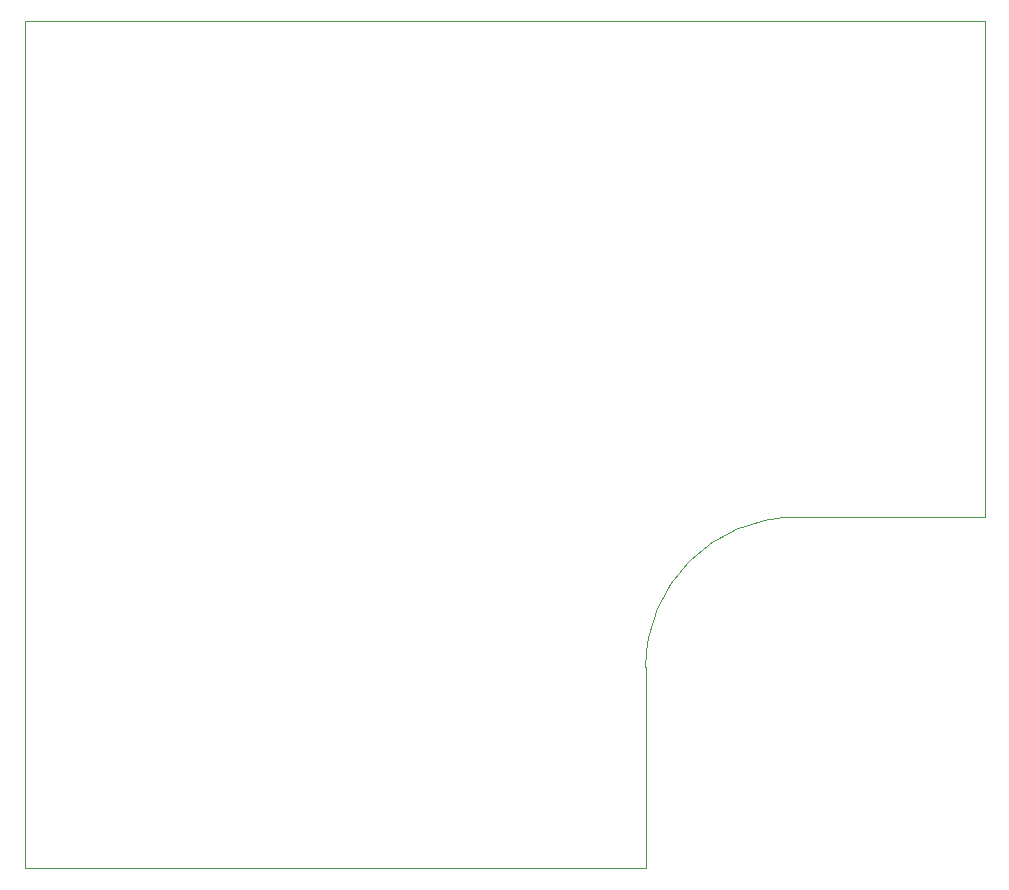
<source format=gm1>
G04 Layer_Color=16711935*
%FSLAX44Y44*%
%MOMM*%
G71*
G01*
G75*
%ADD139C,0.1000*%
D139*
X906780Y381000D02*
G03*
X779780Y254000I0J-127000D01*
G01*
X254000Y83820D02*
X634750D01*
X779780D02*
Y254000D01*
X254000Y83820D02*
Y801000D01*
X1066800D01*
Y381000D02*
Y801000D01*
X906780Y381000D02*
X1066800D01*
X634750Y83820D02*
X779780D01*
M02*

</source>
